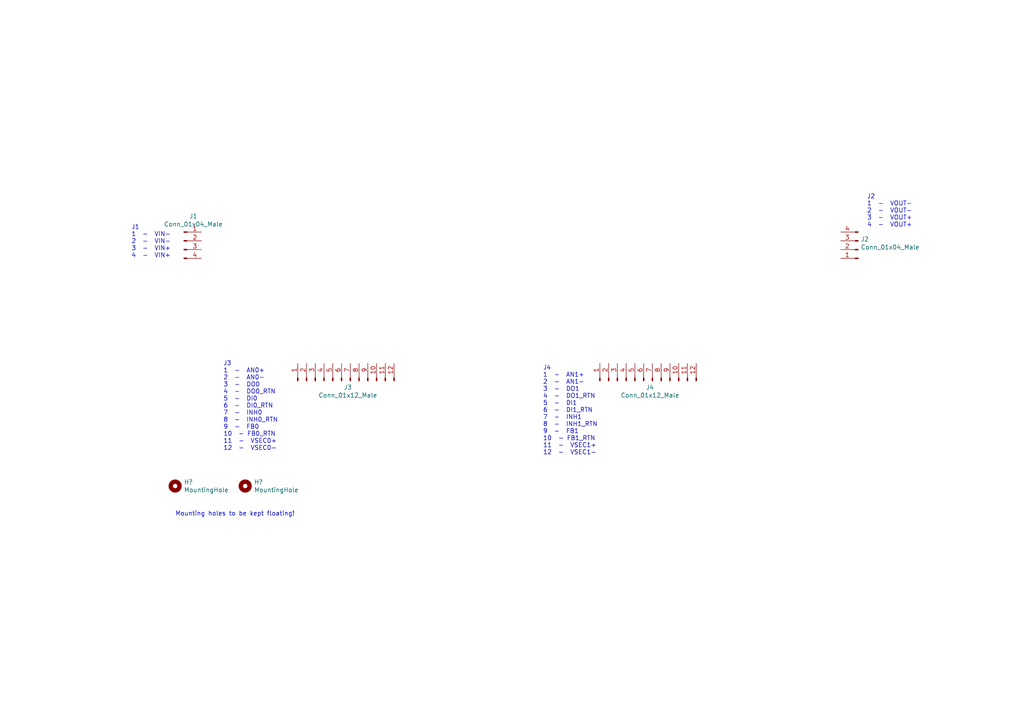
<source format=kicad_sch>
(kicad_sch (version 20211123) (generator eeschema)
  (paper "A4")
  (lib_symbols
    (symbol "Connector:Conn_01x04_Male" (pin_names (offset 1.016) hide)
      (property "Reference" "J" (at 0 5.08 0))
      (property "Value" "Conn_01x04_Male" (at 0 -7.62 0))
      (symbol "Conn_01x04_Male_1_1"
        (polyline (pts (xy 1.27 -5.08) (xy 0.8636 -5.08)) (stroke (width 0.1524)))
        (polyline (pts (xy 1.27 -2.54) (xy 0.8636 -2.54)) (stroke (width 0.1524)))
        (polyline (pts (xy 1.27 0) (xy 0.8636 0)) (stroke (width 0.1524)))
        (polyline (pts (xy 1.27 2.54) (xy 0.8636 2.54)) (stroke (width 0.1524)))
        (rectangle (start 0.8636 -4.953) (end 0 -5.207) (stroke (width 0.1524)) (fill (type outline)))
        (rectangle (start 0.8636 -2.413) (end 0 -2.667) (stroke (width 0.1524)) (fill (type outline)))
        (rectangle (start 0.8636 0.127) (end 0 -0.127) (stroke (width 0.1524)) (fill (type outline)))
        (rectangle (start 0.8636 2.667) (end 0 2.413) (stroke (width 0.1524)) (fill (type outline)))
        (pin passive line (at 5.08 2.54 180) (length 3.81) (name "Pin_1") (number "1"))
        (pin passive line (at 5.08 0 180) (length 3.81) (name "Pin_2") (number "2"))
        (pin passive line (at 5.08 -2.54 180) (length 3.81) (name "Pin_3") (number "3"))
        (pin passive line (at 5.08 -5.08 180) (length 3.81) (name "Pin_4") (number "4"))
      )
    )
    (symbol "Connector:Conn_01x12_Male" (pin_names (offset 1.016) hide)
      (property "Reference" "J" (at 0 15.24 0))
      (property "Value" "Conn_01x12_Male" (at 0 -17.78 0))
      (symbol "Conn_01x12_Male_1_1"
        (polyline (pts (xy 1.27 -15.24) (xy 0.8636 -15.24)) (stroke (width 0.1524)))
        (polyline (pts (xy 1.27 -12.7) (xy 0.8636 -12.7)) (stroke (width 0.1524)))
        (polyline (pts (xy 1.27 -10.16) (xy 0.8636 -10.16)) (stroke (width 0.1524)))
        (polyline (pts (xy 1.27 -7.62) (xy 0.8636 -7.62)) (stroke (width 0.1524)))
        (polyline (pts (xy 1.27 -5.08) (xy 0.8636 -5.08)) (stroke (width 0.1524)))
        (polyline (pts (xy 1.27 -2.54) (xy 0.8636 -2.54)) (stroke (width 0.1524)))
        (polyline (pts (xy 1.27 0) (xy 0.8636 0)) (stroke (width 0.1524)))
        (polyline (pts (xy 1.27 2.54) (xy 0.8636 2.54)) (stroke (width 0.1524)))
        (polyline (pts (xy 1.27 5.08) (xy 0.8636 5.08)) (stroke (width 0.1524)))
        (polyline (pts (xy 1.27 7.62) (xy 0.8636 7.62)) (stroke (width 0.1524)))
        (polyline (pts (xy 1.27 10.16) (xy 0.8636 10.16)) (stroke (width 0.1524)))
        (polyline (pts (xy 1.27 12.7) (xy 0.8636 12.7)) (stroke (width 0.1524)))
        (rectangle (start 0.8636 -15.113) (end 0 -15.367) (stroke (width 0.1524)) (fill (type outline)))
        (rectangle (start 0.8636 -12.573) (end 0 -12.827) (stroke (width 0.1524)) (fill (type outline)))
        (rectangle (start 0.8636 -10.033) (end 0 -10.287) (stroke (width 0.1524)) (fill (type outline)))
        (rectangle (start 0.8636 -7.493) (end 0 -7.747) (stroke (width 0.1524)) (fill (type outline)))
        (rectangle (start 0.8636 -4.953) (end 0 -5.207) (stroke (width 0.1524)) (fill (type outline)))
        (rectangle (start 0.8636 -2.413) (end 0 -2.667) (stroke (width 0.1524)) (fill (type outline)))
        (rectangle (start 0.8636 0.127) (end 0 -0.127) (stroke (width 0.1524)) (fill (type outline)))
        (rectangle (start 0.8636 2.667) (end 0 2.413) (stroke (width 0.1524)) (fill (type outline)))
        (rectangle (start 0.8636 5.207) (end 0 4.953) (stroke (width 0.1524)) (fill (type outline)))
        (rectangle (start 0.8636 7.747) (end 0 7.493) (stroke (width 0.1524)) (fill (type outline)))
        (rectangle (start 0.8636 10.287) (end 0 10.033) (stroke (width 0.1524)) (fill (type outline)))
        (rectangle (start 0.8636 12.827) (end 0 12.573) (stroke (width 0.1524)) (fill (type outline)))
        (pin passive line (at 5.08 12.7 180) (length 3.81) (name "Pin_1") (number "1"))
        (pin passive line (at 5.08 -10.16 180) (length 3.81) (name "Pin_10") (number "10"))
        (pin passive line (at 5.08 -12.7 180) (length 3.81) (name "Pin_11") (number "11"))
        (pin passive line (at 5.08 -15.24 180) (length 3.81) (name "Pin_12") (number "12"))
        (pin passive line (at 5.08 10.16 180) (length 3.81) (name "Pin_2") (number "2"))
        (pin passive line (at 5.08 7.62 180) (length 3.81) (name "Pin_3") (number "3"))
        (pin passive line (at 5.08 5.08 180) (length 3.81) (name "Pin_4") (number "4"))
        (pin passive line (at 5.08 2.54 180) (length 3.81) (name "Pin_5") (number "5"))
        (pin passive line (at 5.08 0 180) (length 3.81) (name "Pin_6") (number "6"))
        (pin passive line (at 5.08 -2.54 180) (length 3.81) (name "Pin_7") (number "7"))
        (pin passive line (at 5.08 -5.08 180) (length 3.81) (name "Pin_8") (number "8"))
        (pin passive line (at 5.08 -7.62 180) (length 3.81) (name "Pin_9") (number "9"))
      )
    )
    (symbol "Mechanical:MountingHole" (pin_names (offset 1.016))
      (property "Reference" "H" (at 0 5.08 0))
      (property "Value" "MountingHole" (at 0 3.175 0))
      (symbol "MountingHole_0_1"
        (circle (center 0 0) (radius 1.27) (stroke (width 1.27)))
      )
    )
  )
  (text "Mounting holes to be kept floating!\n" (at 50.8 149.86 0) (effects (font (size 1.27 1.27)) (justify left bottom)))
  (text "J3\n1  -  AN0+\n2  -  AN0-\n3  -  DO0\n4  -  DO0_RTN\n5  -  DI0\n6  -  DI0_RTN\n7  -  INH0\n8  -  INH0_RTN\n9  -  FB0\n10  - FB0_RTN\n11  -  VSEC0+\n12  -  VSEC0-" (at 64.77 130.81 0) (effects (font (size 1.27 1.27)) (justify left bottom)))
  (text "J2\n1  -  VOUT-\n2  -  VOUT-\n3  -  VOUT+\n4  -  VOUT+" (at 251.46 66.04 0) (effects (font (size 1.27 1.27)) (justify left bottom)))
  (text "J1\n1  -  VIN-\n2  -  VIN-\n3  -  VIN+\n4  -  VIN+" (at 38.1 74.93 0) (effects (font (size 1.27 1.27)) (justify left bottom)))
  (text "J4\n1  -  AN1+\n2  -  AN1-\n3  -  DO1\n4  -  DO1_RTN\n5  -  DI1\n6  -  DI1_RTN\n7  -  INH1\n8  -  INH1_RTN\n9  -  FB1\n10  - FB1_RTN\n11  -  VSEC1+\n12  -  VSEC1-" (at 157.48 132.08 0) (effects (font (size 1.27 1.27)) (justify left bottom)))
  (symbol (lib_id "Mechanical:MountingHole") (at 50.8 140.97 0) (unit 1)
    (property "Reference" "H?" (at 53.34 139.8016 0) (effects (justify left)))
    (property "Value" "MountingHole" (at 53.34 142.113 0) (effects (justify left)))
    (property "Footprint" "MountingHole:MountingHole_3.2mm_M3_Pad_Via" (effects hide))
  )
  (symbol (lib_id "Mechanical:MountingHole") (at 71.12 140.97 0) (unit 1)
    (property "Reference" "H?" (at 73.66 139.8016 0) (effects (justify left)))
    (property "Value" "MountingHole" (at 73.66 142.113 0) (effects (justify left)))
    (property "Footprint" "MountingHole:MountingHole_3.2mm_M3_Pad_Via" (effects hide))
  )
  (symbol (lib_id "Connector:Conn_01x04_Male") (at 53.34 69.85 0) (unit 1)
    (property "Reference" "J1" (at 56.0832 62.7126 0))
    (property "Value" "Conn_01x04_Male" (at 56.0832 65.024 0))
    (property "Footprint" "Connector_PinHeader_2.54mm:PinHeader_1x04_P2.54mm_Vertical" (effects hide))
  )
  (symbol (lib_id "Connector:Conn_01x04_Male") (at 248.92 72.39 180) (unit 1)
    (property "Reference" "J2" (at 249.6312 69.3928 0) (effects (justify right)))
    (property "Value" "Conn_01x04_Male" (at 249.6312 71.7042 0) (effects (justify right)))
    (property "Footprint" "Connector_PinHeader_2.54mm:PinHeader_1x04_P2.54mm_Vertical" (effects hide))
  )
  (symbol (lib_id "Connector:Conn_01x12_Male") (at 99.06 110.49 90) (unit 1)
    (property "Reference" "J3" (at 100.8888 112.3442 90))
    (property "Value" "Conn_01x12_Male" (at 100.8888 114.6556 90))
    (property "Footprint" "Connector_PinHeader_2.54mm:PinHeader_1x12_P2.54mm_Vertical" (effects hide))
  )
  (symbol (lib_id "Connector:Conn_01x12_Male") (at 186.69 110.49 90) (unit 1)
    (property "Reference" "J4" (at 188.5188 112.3442 90))
    (property "Value" "Conn_01x12_Male" (at 188.5188 114.6556 90))
    (property "Footprint" "Connector_PinHeader_2.54mm:PinHeader_1x12_P2.54mm_Vertical" (effects hide))
  )
)
</source>
